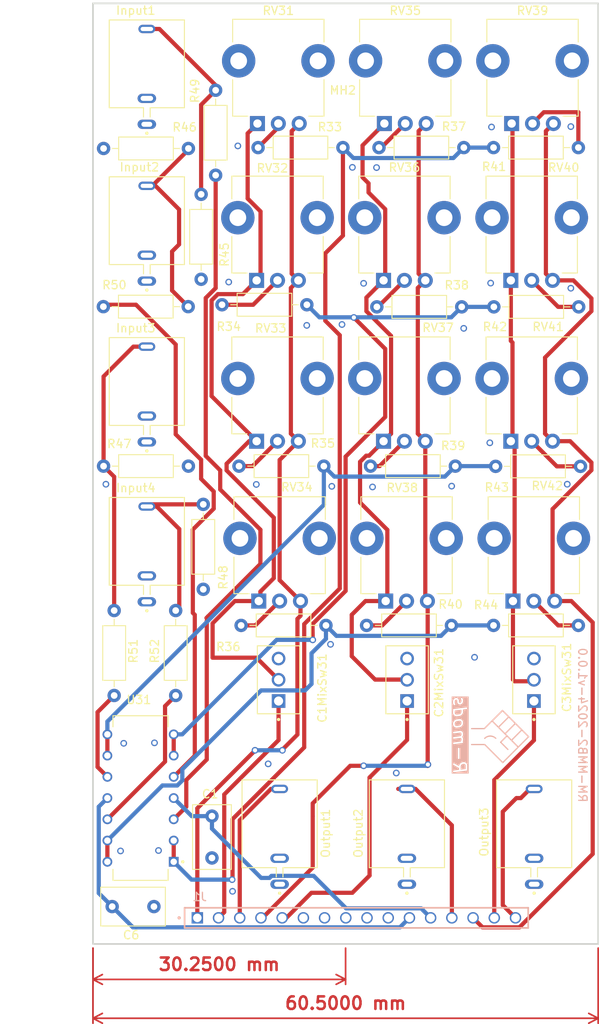
<source format=kicad_pcb>
(kicad_pcb (version 20240108) (generator "pcbnew") (generator_version "8.0")
  (layers (0 "F.Cu" signal) (1 "In1.Cu" signal) (2 "In2.Cu" signal) (31 "B.Cu" signal) (34 "B.Paste" user) (35 "F.Paste" user) (36 "B.SilkS" user "B.Silkscreen") (37 "F.SilkS" user "F.Silkscreen") (38 "B.Mask" user) (39 "F.Mask" user) (44 "Edge.Cuts" user))
  (net 0 "")
  (net 1 "+v")
  (net 2 "GND")
  (net 3 "C1MixModeOut")
  (net 4 "Net-(C1MixSw31-B)")
  (net 5 "Net-(C2MixSw31-B)")
  (net 6 "C2MixModeOut")
  (net 7 "Net-(C3MixSw31-B)")
  (net 8 "C3MixModeOut")
  (net 9 "-v")
  (net 10 "Net-(Input1-Pad3)")
  (net 11 "Net-(Input2-Pad3)")
  (net 12 "Net-(Input3-Pad3)")
  (net 13 "Net-(Input4-Pad3)")
  (net 14 "C2MixLadderOut")
  (net 15 "C1MixOut")
  (net 16 "C2MixOut")
  (net 17 "C3MixLadderOut")
  (net 18 "C3MixOut")
  (net 19 "C1MixLadderOut")
  (net 20 "Net-(R33-Pad2)")
  (net 21 "Signal1")
  (net 22 "Net-(R34-Pad2)")
  (net 23 "Signal2")
  (net 24 "Net-(R35-Pad2)")
  (net 25 "Signal3")
  (net 26 "Signal4")
  (net 27 "Net-(R36-Pad2)")
  (net 28 "Net-(R37-Pad2)")
  (net 29 "Net-(R38-Pad2)")
  (net 30 "Net-(R39-Pad2)")
  (net 31 "Net-(R40-Pad2)")
  (net 32 "Net-(R41-Pad2)")
  (net 33 "Net-(R42-Pad2)")
  (net 34 "Net-(R43-Pad2)")
  (net 35 "Net-(R44-Pad2)")
  (net 36 "Net-(U31-1IN+)")
  (net 37 "Net-(U31-2IN+)")
  (net 38 "Net-(U31-3IN+)")
  (net 39 "Net-(U31-4IN+)")
  (footprint "Resistor_THT:R_Axial_DIN0207_L6.3mm_D2.5mm_P10.16mm_Horizontal" (layer "F.Cu") (at 112.9046 84.7726 180)
    (property "Reference" "R50")
    (property "Value" "1k")
  )
  (footprint "Resistor_THT:R_Axial_DIN0207_L6.3mm_D2.5mm_P10.16mm_Horizontal" (layer "F.Cu") (at 144.894 103.848 180)
    (property "Reference" "R39")
    (property "Value" "100k")
  )
  (footprint "Resistor_THT:R_Axial_DIN0207_L6.3mm_D2.5mm_P10.16mm_Horizontal" (layer "F.Cu") (at 112.93 103.848 180)
    (property "Reference" "R47")
    (property "Value" "100k")
  )
  (footprint "Resistor_THT:R_Axial_DIN0207_L6.3mm_D2.5mm_P10.16mm_Horizontal" (layer "F.Cu") (at 114.708 118.58 90)
    (property "Reference" "R48")
    (property "Value" "100k" (hide yes))
  )
  (footprint "Resistor_THT:R_Axial_DIN0207_L6.3mm_D2.5mm_P10.16mm_Horizontal" (layer "F.Cu") (at 131.432 65.748 180)
    (property "Reference" "R33")
    (property "Value" "100k")
  )
  (footprint "Capacitor_THT:C_Disc_D7.5mm_W4.4mm_P5.00mm" (layer "F.Cu") (at 103.8006 156.5296)
    (property "Reference" "C6")
    (property "Value" "0.1uf")
  )
  (footprint "Resistor_THT:R_Axial_DIN0207_L6.3mm_D2.5mm_P10.16mm_Horizontal" (layer "F.Cu") (at 129.4 122.898 180)
    (property "Reference" "R36")
    (property "Value" "100k")
  )
  (footprint "PJ398SM:THONK_PJ398SM-12" (layer "F.Cu") (at 107.95 75.24)
    (property "Reference" "Input2")
    (property "Value" "PJ398SM-12" (hide yes))
  )
  (footprint "Potentiometer_THT:Potentiometer_TT_P0915N" (layer "F.Cu") (at 121.098 100.8645)
    (property "Reference" "RV33")
    (property "Value" "20k")
  )
  (footprint "TL074CN:DIP794W45P254L1969H508Q14" (layer "F.Cu") (at 107.1972 143.5502 180)
    (property "Reference" "U31")
    (property "Value" "TL074CN")
  )
  (footprint "Resistor_THT:R_Axial_DIN0207_L6.3mm_D2.5mm_P10.16mm_Horizontal" (layer "F.Cu") (at 116.192 58.89 -90)
    (property "Reference" "R49")
    (property "Value" "1k")
  )
  (footprint "MountingHole:MountingHole_3mm" (layer "F.Cu") (at 107.7992 94.4754)
    (property "Reference" "Input3_PCBH" (hide yes))
    (property "Value" "MountingHole_3mm" (hide yes))
  )
  (footprint "PJ398SM:THONK_PJ398SM-12" (layer "F.Cu") (at 123.852 147.376)
    (property "Reference" "Output1")
    (property "Value" "PJ398SM-12" (hide yes))
  )
  (footprint "Potentiometer_THT:Potentiometer_TT_P0915N" (layer "F.Cu") (at 121.098 81.63)
    (property "Reference" "RV32")
    (property "Value" "20k")
  )
  (footprint "Potentiometer_THT:Potentiometer_TT_P0915N" (layer "F.Cu") (at 121.352 119.984)
    (property "Reference" "RV34")
    (property "Value" "20k")
  )
  (footprint "Resistor_THT:R_Axial_DIN0207_L6.3mm_D2.5mm_P10.16mm_Horizontal" (layer "F.Cu") (at 149.506 84.798)
    (property "Reference" "R42")
    (property "Value" "100k")
  )
  (footprint "Resistor_THT:R_Axial_DIN0207_L6.3mm_D2.5mm_P10.16mm_Horizontal" (layer "F.Cu") (at 114.454 81.496 90)
    (property "Reference" "R45")
    (property "Value" "100k")
  )
  (footprint "2MS1T1B1M2QES:SW_2MS1T1B1M2QES" (layer "F.Cu") (at 154.3066 129.4024 90)
    (property "Reference" "C3MixSw31")
    (property "Value" "SW_SPDT" (hide yes))
  )
  (footprint "PJ398SM:THONK_PJ398SM-12" (layer "F.Cu") (at 139.092 147.376)
    (property "Reference" "Output2")
    (property "Value" "PJ398SM-12" (hide yes))
  )
  (footprint "Resistor_THT:R_Axial_DIN0207_L6.3mm_D2.5mm_P10.16mm_Horizontal" (layer "F.Cu") (at 111.406 121.12 -90)
    (property "Reference" "R52")
    (property "Value" "1k")
  )
  (footprint "Potentiometer_THT:Potentiometer_TT_P0915N" (layer "F.Cu") (at 121.198 62.87)
    (property "Reference" "RV31")
    (property "Value" "20k")
  )
  (footprint "PJ398SM:THONK_PJ398SM-12" (layer "F.Cu") (at 107.95 56.48)
    (property "Reference" "Input1")
    (property "Value" "PJ398SM-12" (hide yes))
  )
  (footprint "Potentiometer_THT:Potentiometer_TT_P0915N" (layer "F.Cu") (at 151.538 81.63)
    (property "Reference" "RV40")
    (property "Value" "20k")
  )
  (footprint "MountingHole:MountingHole_2.7mm_M2.5" (layer "F.Cu") (at 131.1672 51.0688)
    (property "Reference" "MH2")
    (property "Value" "MountingHole_2.7mm_M2.5" (hide yes))
  )
  (footprint "Resistor_THT:R_Axial_DIN0207_L6.3mm_D2.5mm_P10.16mm_Horizontal" (layer "F.Cu") (at 149.466 65.748)
    (property "Reference" "R41")
    (property "Value" "100k")
  )
  (footprint "Potentiometer_THT:Potentiometer_TT_P0915N" (layer "F.Cu") (at 136.552 119.984)
    (property "Reference" "RV38")
    (property "Value" "20k")
  )
  (footprint "Resistor_THT:R_Axial_DIN0207_L6.3mm_D2.5mm_P10.16mm_Horizontal" (layer "F.Cu") (at 129.146 103.848 180)
    (property "Reference" "R35")
    (property "Value" "100k")
  )
  (footprint "Potentiometer_THT:Potentiometer_TT_P0915N" (layer "F.Cu") (at 136.298 100.8645)
    (property "Reference" "RV37")
    (property "Value" "20k")
  )
  (footprint "Potentiometer_THT:Potentiometer_TT_P0915N" (layer "F.Cu") (at 151.538 100.8645)
    (property "Reference" "RV41")
    (property "Value" "20k")
  )
  (footprint "Resistor_THT:R_Axial_DIN0207_L6.3mm_D2.5mm_P10.16mm_Horizontal" (layer "F.Cu") (at 145.656 84.798 180)
    (property "Reference" "R38")
    (property "Value" "100k")
  )
  (footprint "2MS1T1B1M2QES:SW_2MS1T1B1M2QES" (layer "F.Cu") (at 123.725 129.4024 90)
    (property "Reference" "C1MixSw31")
    (property "Value" "SW_SPDT" (hide yes))
  )
  (footprint "Potentiometer_THT:Potentiometer_TT_P0915N" (layer "F.Cu") (at 151.792 119.984)
    (property "Reference" "RV42")
    (property "Value" "20k")
  )
  (footprint "Resistor_THT:R_Axial_DIN0207_L6.3mm_D2.5mm_P10.16mm_Horizontal" (layer "F.Cu") (at 145.91 65.748 180)
    (property "Reference" "R37")
    (property "Value" "100k")
  )
  (footprint "Capacitor_THT:C_Disc_D7.5mm_W4.4mm_P5.00mm" (layer "F.Cu") (at 115.7494 145.713 -90)
    (property "Reference" "C1")
    (property "Value" "0.1uf")
  )
  (footprint "PJ398SM:THONK_PJ398SM-12" (layer "F.Cu") (at 107.95 113.594)
    (property "Reference" "Input4")
    (property "Value" "PJ398SM-12" (hide yes))
  )
  (footprint "Resistor_THT:R_Axial_DIN0207_L6.3mm_D2.5mm_P10.16mm_Horizontal" (layer "F.Cu") (at 102.77 65.8516)
    (property "Reference" "R46")
    (property "Value" "100k")
  )
  (footprint "Potentiometer_THT:Potentiometer_TT_P0915N" (layer "F.Cu") (at 136.298 81.63)
    (property "Reference" "RV36")
    (property "Value" "20k")
  )
  (footprint "Potentiometer_THT:Potentiometer_TT_P0915N" (layer "F.Cu") (at 151.638 62.87)
    (property "Reference" "RV39")
    (property "Value" "20k")
  )
  (footprint "PJ398SM:THONK_PJ398SM-12" (layer "F.Cu") (at 107.95 94.4745)
    (property "Reference" "Input3")
    (property "Value" "PJ398SM-12" (hide yes))
  )
  (footprint "Resistor_THT:R_Axial_DIN0207_L6.3mm_D2.5mm_P10.16mm_Horizontal" (layer "F.Cu") (at 127.114 84.544 180)
    (property "Reference" "R34")
    (property "Value" "100k")
  )
  (footprint "MountingHole:MountingHole_3mm" (layer "F.Cu") (at 107.85 75.2476)
    (property "Reference" "Input2_PCBH" (hide yes))
    (property "Value" "MountingHole_3mm" (hide yes))
  )
  (footprint "Resistor_THT:R_Axial_DIN0207_L6.3mm_D2.5mm_P10.16mm_Horizontal" (layer "F.Cu") (at 149.72 103.8725)
    (property "Reference" "R43")
    (property "Value" "100k")
  )
  (footprint "Resistor_THT:R_Axial_DIN0207_L6.3mm_D2.5mm_P10.16mm_Horizontal" (layer "F.Cu") (at 144.426 122.898 180)
    (property "Reference" "R40")
    (property "Value" "100k")
  )
  (footprint "Resistor_THT:R_Axial_DIN0207_L6.3mm_D2.5mm_P10.16mm_Horizontal" (layer "F.Cu") (at 104.04 121.12 -90)
    (property "Reference" "R51")
    (property "Value" "1k")
  )
  (footprint "2MS1T1B1M2QES:SW_2MS1T1B1M2QES" (layer "F.Cu") (at 139.1174 129.4024 90)
    (property "Reference" "C2MixSw31")
    (property "Value" "SW_SPDT" (hide yes))
  )
  (footprint "PJ398SM:THONK_PJ398SM-12" (layer "F.Cu") (at 154.332 147.376)
    (property "Reference" "Output3")
    (property "Value" "PJ398SM-12" (hide yes))
  )
  (footprint "Potentiometer_THT:Potentiometer_TT_P0915N" (layer "F.Cu") (at 136.398 62.87)
    (property "Reference" "RV35")
    (property "Value" "20k")
  )
  (footprint "Resistor_THT:R_Axial_DIN0207_L6.3mm_D2.5mm_P10.16mm_Horizontal" (layer "F.Cu") (at 149.466 122.898)
    (property "Reference" "R44")
    (property "Value" "100k")
  )
  (footprint "ESQ-116-33-L-S:SAMTEC_ESQ-116-33-L-S" (layer "B.Cu") (at 113.9968 157.8758)
    (property "Reference" "J1")
    (property "Value" "ESQ-116-33-L-S" (hide yes))
  )
  (footprint "MountingHole:MountingHole_3mm" (layer "B.Cu") (at 107.95 56.5278 180)
    (property "Reference" "Input_PCBH" (hide yes))
    (property "Value" "MountingHole_3mm" (hide yes))
  )
  (footprint "MountingHole:MountingHole_3mm" (layer "B.Cu") (at 108.0786 113.6016 180)
    (property "Reference" "Input4_PCBH" (hide yes))
    (property "Value" "MountingHole_3mm" (hide yes))
  )
  (footprint "MountingHole:MountingHole_3mm" (layer "B.Cu") (at 154.332 147.376 180)
    (property "Reference" "Output3_PCBH" (hide yes))
    (property "Value" "MountingHole_3mm" (hide yes))
  )
  (footprint "MountingHole:MountingHole_3mm" (layer "B.Cu") (at 123.852 147.376 180)
    (property "Reference" "Output1_PCBH" (hide yes))
    (property "Value" "MountingHole_3mm" (hide yes))
  )
  (footprint "MountingHole:MountingHole_3mm" (layer "B.Cu") (at 139.092 147.376 180)
    (property "Reference" "Output2_PCBH" (hide yes))
    (property "Value" "MountingHole_3mm" (hide yes))
  )
  (gr_line (start 148.4138 137.1494) (end 146.839 137.1494) (stroke (width 0.15)) (layer "B.SilkS"))
  (gr_line (start 146.839 135.2444) (end 148.363 135.2444) (stroke (width 0.15)) (layer "B.SilkS"))
  (gr_line (start 150.53484 133.07284) (end 153.6716 136.2096) (stroke (width 0.15)) (layer "B.SilkS"))
  (gr_line (start 150.3188 136.87) (end 151.0554 136.1334) (stroke (width 0.15)) (layer "B.SilkS"))
  (gr_line (start 151.1824 137.7336) (end 150.3188 136.87) (stroke (width 0.15)) (layer "B.SilkS"))
  (gr_line (start 151.6904 136.5652) (end 152.851264 135.404336) (stroke (width 0.15)) (layer "B.SilkS"))
  (gr_line (start 153.6716 136.2096) (end 150.5728 139.3084) (stroke (width 0.15)) (layer "B.SilkS"))
  (gr_line (start 150.8776 135.8286) (end 152.046 134.6602) (stroke (width 0.15)) (layer "B.SilkS"))
  (gr_line (start 150.0648 135.0666) (end 151.284 133.8474) (stroke (width 0.15)) (layer "B.SilkS"))
  (gr_line (start 150.5728 139.3084) (end 148.4138 137.1494) (stroke (width 0.15)) (layer "B.SilkS"))
  (gr_arc (start 148.415512 136.406238) (mid 149.074199 136.133402) (end 149.732888 136.406238) (stroke (width 0.15)) (layer "B.SilkS"))
  (gr_line (start 149.3028 134.33) (end 152.3508 137.378) (stroke (width 0.15)) (layer "B.SilkS"))
  (gr_line (start 150.5474 133.0854) (end 149.3028 134.33) (stroke (width 0.15)) (layer "B.SilkS"))
  (gr_line (start 148.3884 135.21928) (end 150.53484 133.07284) (stroke (width 0.15)) (layer "B.SilkS"))
  (gr_rect (start 101.5 48.5) (end 162 161) (stroke (width 0.2)) (fill none) (layer "Edge.Cuts"))
  (gr_text "R-mods\n" (at 144.5276 136.0572 -90) (layer "B.SilkS" knockout) (effects (font (size 1.5 1.5) (thickness 0.2) (italic yes)) (justify bottom mirror)))
  (gr_text "RM-MMB2-2024-v1.0.0" (at 159.539 144.1598 270) (layer "B.SilkS") (effects (font (size 1 1) (thickness 0.153)) (justify left bottom mirror)))
  (dimension (type aligned) (layer "F.Cu") (pts (xy 101.5 161) (xy 131.75 161)) (height 4.2418) (gr_text "30.2500 mm" (at 116.625 163.4418 0) (layer "F.Cu") (effects (font (size 1.5 1.5) (thickness 0.3)))) (format (prefix "") (suffix "") (units 3) (units_format 1) (precision 4)) (style (thickness 0.2) (arrow_length 1.27) (text_position_mode 0) (extension_height 0.58642) (extension_offset 0.5) keep_text_aligned))
  (dimension (type aligned) (layer "F.Cu") (pts (xy 101.5 161) (xy 162 161)) (height 8.89) (gr_text "60.5000 mm" (at 131.75 168.09 0) (layer "F.Cu") (effects (font (size 1.5 1.5) (thickness 0.3)))) (format (prefix "") (suffix "") (units 3) (units_format 1) (precision 4)) (style (thickness 0.2) (arrow_length 1.27) (text_position_mode 0) (extension_height 0.58642) (extension_offset 0.5) keep_text_aligned))
  (via (at 147.1946 126.71) (size 0.8) (drill 0.5) (layers "F.Cu" "B.Cu") (net 0))
  (segment (start 140.8018 156.7408) (end 131.81067 156.7408) (width 0.5) (layer "B.Cu") (net 1))
  (segment (start 115.7494 147.2078) (end 115.7494 145.713) (width 0.5) (layer "B.Cu") (net 1))
  (segment (start 127.92187 152.852) (end 122.88213 152.852) (width 0.5) (layer "B.Cu") (net 1))
  (segment (start 131.81067 156.7408) (end 127.92187 152.852) (width 0.5) (layer "B.Cu") (net 1))
  (segment (start 122.88213 152.852) (end 122.63353 153.1006) (width 0.5) (layer "B.Cu") (net 1))
  (segment (start 122.63353 153.1006) (end 121.6422 153.1006) (width 0.5) (layer "B.Cu") (net 1))
  (segment (start 121.6422 153.1006) (end 115.7494 147.2078) (width 0.5) (layer "B.Cu") (net 1))
  (segment (start 115.7494 145.713) (end 113.33 145.713) (width 0.5) (layer "B.Cu") (net 1))
  (segment (start 113.33 145.713) (end 111.1672 143.5502) (width 0.5) (layer "B.Cu") (net 1))
  (segment (start 141.9368 157.8758) (end 140.8018 156.7408) (width 0.5) (layer "B.Cu") (net 1))
  (via (at 121.058 106.0344) (size 0.8) (drill 0.5) (layers "F.Cu" "B.Cu") (net 2))
  (via (at 117.756 81.8282) (size 0.8) (drill 0.5) (layers "F.Cu" "B.Cu") (net 2))
  (via (at 149.2266 63.2862) (size 0.8) (drill 0.5) (layers "F.Cu" "B.Cu") (net 2))
  (via (at 122.4804 139.4608) (size 0.8) (drill 0.5) (layers "F.Cu" "B.Cu") (net 2))
  (via (at 158.7262 82.5648) (size 0.8) (drill 0.5) (layers "F.Cu" "B.Cu") (net 2))
  (via (at 145.8992 87.3654) (size 0.8) (drill 0.5) (layers "F.Cu" "B.Cu") (net 2))
  (via (at 108.866 136.9462) (size 0.8) (drill 0.5) (layers "F.Cu" "B.Cu") (net 2))
  (via (at 158.2944 106.009) (size 0.8) (drill 0.5) (layers "F.Cu" "B.Cu") (net 2))
  (via (at 134.9772 106.3392) (size 0.8) (drill 0.5) (layers "F.Cu" "B.Cu") (net 2))
  (via (at 103.0494 106.009) (size 0.8) (drill 0.5) (layers "F.Cu" "B.Cu") (net 2))
  (via (at 131.3196 86.9062) (size 0.8) (drill 0.5) (layers "F.Cu" "B.Cu") (net 2))
  (via (at 135.4598 68.1376) (size 0.8) (drill 0.5) (layers "F.Cu" "B.Cu") (net 2))
  (via (at 137.822 140.553) (size 0.8) (drill 0.5) (layers "F.Cu" "B.Cu") (net 2))
  (via (at 144.4514 106.2376) (size 0.8) (drill 0.5) (layers "F.Cu" "B.Cu") (net 2))
  (via (at 130.1004 106.263) (size 0.8) (drill 0.5) (layers "F.Cu" "B.Cu") (net 2))
  (via (at 132.5642 68.1122) (size 0.8) (drill 0.5) (layers "F.Cu" "B.Cu") (net 2))
  (via (at 105.183 136.997) (size 0.8) (drill 0.5) (layers "F.Cu" "B.Cu") (net 2))
  (via (at 158.7262 63.2354) (size 0.8) (drill 0.5) (layers "F.Cu" "B.Cu") (net 2))
  (via (at 109.3486 149.824) (size 0.8) (drill 0.5) (layers "F.Cu" "B.Cu") (net 2))
  (via (at 104.802 149.8748) (size 0.8) (drill 0.5) (layers "F.Cu" "B.Cu") (net 2))
  (via (at 118.8482 65.5468) (size 0.8) (drill 0.5) (layers "F.Cu" "B.Cu") (net 2))
  (via (at 129.948 125.1586) (size 0.8) (drill 0.5) (layers "F.Cu" "B.Cu") (net 2))
  (via (at 127.1032 87.0098) (size 0.8) (drill 0.5) (layers "F.Cu" "B.Cu") (net 2))
  (via (at 149.125 81.9552) (size 0.8) (drill 0.5) (layers "F.Cu" "B.Cu") (net 2))
  (via (at 149.0234 101.056) (size 0.8) (drill 0.5) (layers "F.Cu" "B.Cu") (net 2))
  (via (at 133.9104 81.9806) (size 0.8) (drill 0.5) (layers "F.Cu" "B.Cu") (net 2))
  (via (at 118.2132 154.7008) (size 0.8) (drill 0.5) (layers "F.Cu" "B.Cu") (net 2))
  (segment (start 117.2218 157.1908) (end 116.5368 157.8758) (width 0.5) (layer "F.Cu") (net 3))
  (segment (start 117.2218 143.1182) (end 117.2218 157.1908) (width 0.5) (layer "F.Cu") (net 3))
  (segment (start 123.725 136.615) (end 117.2218 143.1182) (width 0.5) (layer "F.Cu") (net 3))
  (segment (start 123.725 131.9424) (end 123.725 136.615) (width 0.5) (layer "F.Cu") (net 3))
  (segment (start 121.552 118.848) (end 121.552 119.784) (width 0.5) (layer "F.Cu") (net 4))
  (segment (start 115.704 84.026233) (end 115.704 95.4705) (width 0.5) (layer "F.Cu") (net 4))
  (segment (start 115.8256 122.644) (end 115.8256 126.7588) (width 0.5) (layer "F.Cu") (net 4))
  (segment (start 119.454 83.274) (end 116.456233 83.274) (width 0.5) (layer "F.Cu") (net 4))
  (segment (start 120.022 64.046) (end 120.022 71.839176) (width 0.5) (layer "F.Cu") (net 4))
  (segment (start 121.566 81.162) (end 121.098 81.63) (width 0.5) (layer "F.Cu") (net 4))
  (segment (start 116.456233 83.274) (end 115.704 84.026233) (width 0.5) (layer "F.Cu") (net 4))
  (segment (start 121.098 81.63) (end 119.454 83.274) (width 0.5) (layer "F.Cu") (net 4))
  (segment (start 123.152 110.006) (end 123.152 117.248) (width 0.5) (layer "F.Cu") (net 4))
  (segment (start 120.022 71.839176) (end 121.566 73.383176) (width 0.5) (layer "F.Cu") (net 4))
  (segment (start 121.0814 126.7588) (end 123.725 129.4024) (width 0.5) (layer "F.Cu") (net 4))
  (segment (start 121.352 119.984) (end 118.4856 119.984) (width 0.5) (layer "F.Cu") (net 4))
  (segment (start 123.152 117.248) (end 121.552 118.848) (width 0.5) (layer "F.Cu") (net 4))
  (segment (start 121.098 100.8645) (end 120.201733 100.8645) (width 0.5) (layer "F.Cu") (net 4))
  (segment (start 121.198 62.87) (end 120.022 64.046) (width 0.5) (layer "F.Cu") (net 4))
  (segment (start 121.566 73.383176) (end 121.566 81.162) (width 0.5) (layer "F.Cu") (net 4))
  (segment (start 115.8256 126.7588) (end 121.0814 126.7588) (width 0.5) (layer "F.Cu") (net 4))
  (segment (start 117.502 104.356) (end 123.152 110.006) (width 0.5) (layer "F.Cu") (net 4))
  (segment (start 121.552 119.784) (end 121.352 119.984) (width 0.5) (layer "F.Cu") (net 4))
  (segment (start 117.502 103.564233) (end 117.502 104.356) (width 0.5) (layer "F.Cu") (net 4))
  (segment (start 120.201733 100.8645) (end 117.502 103.564233) (width 0.5) (layer "F.Cu") (net 4))
  (segment (start 118.4856 119.984) (end 115.8256 122.644) (width 0.5) (layer "F.Cu") (net 4))
  (segment (start 115.704 95.4705) (end 121.098 100.8645) (width 0.5) (layer "F.Cu") (net 4))
  (segment (start 136.298 81.63) (end 134.246 83.682) (width 0.5) (layer "F.Cu") (net 5))
  (segment (start 132.488 126.582) (end 135.283 129.377) (width 0.5) (layer "F.Cu") (net 5))
  (segment (start 133.7834 69.304) (end 134.5 70.0206) (width 0.5) (layer "F.Cu") (net 5))
  (segment (start 135.283 129.377) (end 139.1174 129.377) (width 0.5) (layer "F.Cu") (net 5))
  (segment (start 133.484 108.201176) (end 136.752 111.469176) (width 0.5) (layer "F.Cu") (net 5))
  (segment (start 134.246 85.315767) (end 137.198 88.267767) (width 0.5) (layer "F.Cu") (net 5))
  (segment (start 137.198 88.267767) (end 137.198 99.9645) (width 0.5) (layer "F.Cu") (net 5))
  (segment (start 136.552 119.984) (end 134.132 119.984) (width 0.5) (layer "F.Cu") (net 5))
  (segment (start 134.5 71.117176) (end 136.498 73.115176) (width 0.5) (layer "F.Cu") (net 5))
  (segment (start 133.7834 65.4846) (end 133.7834 69.304) (width 0.5) (layer "F.Cu") (net 5))
  (segment (start 133.484 103.330233) (end 133.484 108.201176) (width 0.5) (layer "F.Cu") (net 5))
  (segment (start 136.752 111.469176) (end 136.752 119.784) (width 0.5) (layer "F.Cu") (net 5))
  (segment (start 136.498 81.43) (end 136.298 81.63) (width 0.5) (layer "F.Cu") (net 5))
  (segment (start 134.246 83.682) (end 134.246 85.315767) (width 0.5) (layer "F.Cu") (net 5))
  (segment (start 134.132 119.984) (end 132.488 121.628) (width 0.5) (layer "F.Cu") (net 5))
  (segment (start 134.5 70.0206) (end 134.5 71.117176) (width 0.5) (layer "F.Cu") (net 5))
  (segment (start 136.298 100.8645) (end 134.564501 102.598) (width 0.5) (layer "F.Cu") (net 5))
  (segment (start 132.488 121.628) (end 132.488 126.582) (width 0.5) (layer "F.Cu") (net 5))
  (segment (start 136.398 62.87) (end 133.7834 65.4846) (width 0.5) (layer "F.Cu") (net 5))
  (segment (start 136.752 119.784) (end 136.552 119.984) (width 0.5) (layer "F.Cu") (net 5))
  (segment (start 134.564501 102.598) (end 134.216233 102.598) (width 0.5) (layer "F.Cu") (net 5))
  (segment (start 136.498 73.115176) (end 136.498 81.43) (width 0.5) (layer "F.Cu") (net 5))
  (segment (start 134.216233 102.598) (end 133.484 103.330233) (width 0.5) (layer "F.Cu") (net 5))
  (segment (start 137.198 99.9645) (end 136.298 100.8645) (width 0.5) (layer "F.Cu") (net 5))
  (segment (start 139.1174 131.917) (end 139.1174 136.5896) (width 0.5) (layer "F.Cu") (net 6))
  (segment (start 139.1174 136.5896) (end 134.6216 141.0854) (width 0.5) (layer "F.Cu") (net 6))
  (segment (start 124.6648 157.8758) (end 124.1568 157.8758) (width 0.5) (layer "F.Cu") (net 6))
  (segment (start 134.6216 141.0854) (end 134.6216 152.8212) (width 0.5) (layer "F.Cu") (net 6))
  (segment (start 134.6216 152.8212) (end 132.5642 154.8786) (width 0.5) (layer "F.Cu") (net 6))
  (segment (start 132.5642 154.8786) (end 127.662 154.8786) (width 0.5) (layer "F.Cu") (net 6))
  (segment (start 127.662 154.8786) (end 124.6648 157.8758) (width 0.5) (layer "F.Cu") (net 6))
  (segment (start 151.538 100.8645) (end 151.992 101.3185) (width 0.5) (layer "F.Cu") (net 7))
  (segment (start 151.792 119.984) (end 151.792 129.375) (width 0.5) (layer "F.Cu") (net 7))
  (segment (start 151.992 101.3185) (end 151.992 119.784) (width 0.5) (layer "F.Cu") (net 7))
  (segment (start 151.538 81.63) (end 151.538 88.862) (width 0.5) (layer "F.Cu") (net 7))
  (segment (start 151.738 62.97) (end 151.738 81.43) (width 0.5) (layer "F.Cu") (net 7))
  (segment (start 151.638 62.87) (end 151.738 62.97) (width 0.5) (layer "F.Cu") (net 7))
  (segment (start 151.738 100.6645) (end 151.538 100.8645) (width 0.5) (layer "F.Cu") (net 7))
  (segment (start 151.538 88.862) (end 151.738 89.062) (width 0.5) (layer "F.Cu") (net 7))
  (segment (start 151.738 89.062) (end 151.738 100.6645) (width 0.5) (layer "F.Cu") (net 7))
  (segment (start 151.9972 129.5802) (end 154.3066 129.5802) (width 0.5) (layer "F.Cu") (net 7))
  (segment (start 151.992 119.784) (end 151.792 119.984) (width 0.5) (layer "F.Cu") (net 7))
  (segment (start 151.792 129.375) (end 151.9972 129.5802) (width 0.5) (layer "F.Cu") (net 7))
  (segment (start 151.738 81.43) (end 151.538 81.63) (width 0.5) (layer "F.Cu") (net 7))
  (segment (start 149.5568 157.8758) (end 149.5568 141.3902) (width 0.5) (layer "F.Cu") (net 8))
  (segment (start 149.5568 141.3902) (end 154.3066 136.6404) (width 0.5) (layer "F.Cu") (net 8))
  (segment (start 154.3066 136.6404) (end 154.3066 132.1202) (width 0.5) (layer "F.Cu") (net 8))
  (segment (start 138.2618 159.0108) (end 139.3968 157.8758) (width 0.5) (layer "B.Cu") (net 9))
  (segment (start 103.2272 143.5502) (end 102.1922 144.5852) (width 0.5) (layer "B.Cu") (net 9))
  (segment (start 103.8006 156.5296) (end 106.2818 159.0108) (width 0.5) (layer "B.Cu") (net 9))
  (segment (start 102.1922 144.5852) (end 102.1922 154.9212) (width 0.5) (layer "B.Cu") (net 9))
  (segment (start 106.2818 159.0108) (end 138.2618 159.0108) (width 0.5) (layer "B.Cu") (net 9))
  (segment (start 102.1922 154.9212) (end 103.8006 156.5296) (width 0.5) (layer "B.Cu") (net 9))
  (segment (start 116.192 58.294) (end 116.192 58.89) (width 0.5) (layer "F.Cu") (net 10))
  (segment (start 109.458 51.56) (end 116.192 58.294) (width 0.5) (layer "F.Cu") (net 10))
  (segment (start 107.95 51.56) (end 109.458 51.56) (width 0.5) (layer "F.Cu") (net 10))
  (segment (start 114.454 60.628) (end 116.192 58.89) (width 0.5) (layer "F.Cu") (net 10))
  (segment (start 114.454 71.336) (end 114.454 60.628) (width 0.5) (layer "F.Cu") (net 10))
  (segment (start 110.9742 78.169354) (end 110.9742 82.8422) (width 0.5) (layer "F.Cu") (net 11))
  (segment (start 108.983554 70.32) (end 111.8124 73.148846) (width 0.5) (layer "F.Cu") (net 11))
  (segment (start 112.93 66.002) (end 112.93 65.8516) (width 0.5) (layer "F.Cu") (net 11))
  (segment (start 110.9742 82.8422) (end 112.9046 84.7726) (width 0.5) (layer "F.Cu") (net 11))
  (segment (start 107.95 70.32) (end 108.983554 70.32) (width 0.5) (layer "F.Cu") (net 11))
  (segment (start 108.612 70.32) (end 112.93 66.002) (width 0.5) (layer "F.Cu") (net 11))
  (segment (start 107.95 70.32) (end 108.612 70.32) (width 0.5) (layer "F.Cu") (net 11))
  (segment (start 111.8124 73.148846) (end 111.8124 77.331154) (width 0.5) (layer "F.Cu") (net 11))
  (segment (start 111.8124 77.331154) (end 110.9742 78.169354) (width 0.5) (layer "F.Cu") (net 11))
  (segment (start 107.85 89.5545) (end 106.342 89.5545) (width 0.5) (layer "F.Cu") (net 12))
  (segment (start 104.04 121.12) (end 104.04 105.118) (width 0.5) (layer "F.Cu") (net 12))
  (segment (start 106.342 89.5545) (end 102.77 93.1265) (width 0.5) (layer "F.Cu") (net 12))
  (segment (start 102.77 93.1265) (end 102.77 103.848) (width 0.5) (layer "F.Cu") (net 12))
  (segment (start 104.04 105.118) (end 102.77 103.848) (width 0.5) (layer "F.Cu") (net 12))
  (segment (start 109.137554 108.674) (end 108.104 108.674) (width 0.5) (layer "F.Cu") (net 13))
  (segment (start 108.104 108.674) (end 108.358 108.42) (width 0.5) (layer "F.Cu") (net 13))
  (segment (start 111.8378 111.374246) (end 109.137554 108.674) (width 0.5) (layer "F.Cu") (net 13))
  (segment (start 111.8378 120.6882) (end 111.8378 111.374246) (width 0.5) (layer "F.Cu") (net 13))
  (segment (start 108.358 108.42) (end 114.708 108.42) (width 0.5) (layer "F.Cu") (net 13))
  (segment (start 111.406 121.12) (end 111.8378 120.6882) (width 0.5) (layer "F.Cu") (net 13))
  (segment (start 140.398 82.53) (end 140.398 99.9645) (width 0.5) (layer "F.Cu") (net 14))
  (segment (start 127.8144 144.1852) (end 132.2086 139.791) (width 0.5) (layer "F.Cu") (net 14))
  (segment (start 140.498 80.83) (end 141.298 81.63) (width 0.5) (layer "F.Cu") (net 14))
  (segment (start 141.5812 120.0132) (end 141.5812 139.5116) (width 0.5) (layer "F.Cu") (net 14))
  (segment (start 140.498 63.77) (end 140.498 80.83) (width 0.5) (layer "F.Cu") (net 14))
  (segment (start 132.2086 139.791) (end 132.3102 139.6894) (width 0.5) (layer "F.Cu") (net 14))
  (segment (start 141.298 81.63) (end 140.398 82.53) (width 0.5) (layer "F.Cu") (net 14))
  (segment (start 141.5812 139.5624) (end 141.5812 139.7148) (width 0.5) (layer "F.Cu") (net 14))
  (segment (start 141.298 119.73) (end 141.552 119.984) (width 0.5) (layer "F.Cu") (net 14))
  (segment (start 141.5812 139.5116) (end 141.6066 139.537) (width 0.5) (layer "F.Cu") (net 14))
  (segment (start 141.398 62.87) (end 140.498 63.77) (width 0.5) (layer "F.Cu") (net 14))
  (segment (start 141.6066 139.537) (end 141.5812 139.5624) (width 0.5) (layer "F.Cu") (net 14))
  (segment (start 132.3102 139.6894) (end 133.9104 139.6894) (width 0.5) (layer "F.Cu") (net 14))
  (segment (start 141.298 100.8645) (end 141.298 119.73) (width 0.5) (layer "F.Cu") (net 14))
  (segment (start 121.80607 157.8758) (end 121.6168 157.8758) (width 0.5) (layer "F.Cu") (net 14))
  (segment (start 127.8144 145.7092) (end 127.8144 144.1852) (width 0.5) (layer "F.Cu") (net 14))
  (segment (start 127.8144 151.86747) (end 121.80607 157.8758) (width 0.5) (layer "F.Cu") (net 14))
  (segment (start 127.8144 145.7092) (end 127.8144 151.86747) (width 0.5) (layer "F.Cu") (net 14))
  (segment (start 133.9104 139.6894) (end 133.9612 139.6894) (width 0.5) (layer "F.Cu") (net 14))
  (segment (start 140.398 99.9645) (end 141.298 100.8645) (width 0.5) (layer "F.Cu") (net 14))
  (segment (start 141.552 119.984) (end 141.5812 120.0132) (width 0.5) (layer "F.Cu") (net 14))
  (via (at 133.9104 139.6894) (size 0.8) (drill 0.5) (layers "F.Cu" "B.Cu") (net 14))
  (via (at 141.6066 139.537) (size 0.8) (drill 0.5) (layers "F.Cu" "B.Cu") (net 14))
  (segment (start 141.4542 139.6894) (end 141.6066 139.537) (width 0.5) (layer "B.Cu") (net 14))
  (segment (start 133.9104 139.6894) (end 141.4542 139.6894) (width 0.5) (layer "B.Cu") (net 14))
  (segment (start 119.0768 146.197646) (end 119.0768 157.8758) (width 0.5) (layer "F.Cu") (net 15))
  (segment (start 122.818446 142.456) (end 119.0768 146.197646) (width 0.5) (layer "F.Cu") (net 15))
  (segment (start 123.852 142.456) (end 122.818446 142.456) (width 0.5) (layer "F.Cu") (net 15))
  (segment (start 144.4768 146.807246) (end 144.4768 157.8758) (width 0.5) (layer "F.Cu") (net 16))
  (segment (start 139.092 142.456) (end 140.125554 142.456) (width 0.5) (layer "F.Cu") (net 16))
  (segment (start 139.092 142.456) (end 138.058446 142.456) (width 0.5) (layer "F.Cu") (net 16))
  (segment (start 140.125554 142.456) (end 144.4768 146.807246) (width 0.5) (layer "F.Cu") (net 16))
  (segment (start 161.19 103.414733) (end 161.19 104.330267) (width 0.5) (layer "F.Cu") (net 17))
  (segment (start 161.19 104.330267) (end 156.538 108.982267) (width 0.5) (layer "F.Cu") (net 17))
  (segment (start 155.738 63.77) (end 155.738 80.83) (width 0.5) (layer "F.Cu") (net 17))
  (segment (start 155.738 80.83) (end 156.538 81.63) (width 0.5) (layer "F.Cu") (net 17))
  (segment (start 156.538 100.8645) (end 158.639767 100.8645) (width 0.5) (layer "F.Cu") (net 17))
  (segment (start 155.638 99.9645) (end 156.538 100.8645) (width 0.5) (layer "F.Cu") (net 17))
  (segment (start 156.538 81.63) (end 159.038 81.63) (width 0.5) (layer "F.Cu") (net 17))
  (segment (start 158.639767 100.8645) (end 161.19 103.414733) (width 0.5) (layer "F.Cu") (net 17))
  (segment (start 161.19 83.782) (end 161.19 85.306) (width 0.5) (layer "F.Cu") (net 17))
  (segment (start 156.792 119.984) (end 158.784 119.984) (width 0.5) (layer "F.Cu") (net 17))
  (segment (start 161.340412 150.237321) (end 152.566933 159.0108) (width 0.5) (layer "F.Cu") (net 17))
  (segment (start 148.1518 159.0108) (end 147.0168 157.8758) (width 0.5) (layer "F.Cu") (net 17))
  (segment (start 156.538 108.982267) (end 156.538 119.73) (width 0.5) (layer "F.Cu") (net 17))
  (segment (start 152.566933 159.0108) (end 148.1518 159.0108) (width 0.5) (layer "F.Cu") (net 17))
  (segment (start 156.638 62.87) (end 155.738 63.77) (width 0.5) (layer "F.Cu") (net 17))
  (segment (start 156.538 119.73) (end 156.792 119.984) (width 0.5) (layer "F.Cu") (net 17))
  (segment (start 161.340412 122.540412) (end 161.340412 150.237321) (width 0.5) (layer "F.Cu") (net 17))
  (segment (start 158.784 119.984) (end 161.340412 122.540412) (width 0.5) (layer "F.Cu") (net 17))
  (segment (start 159.038 81.63) (end 161.19 83.782) (width 0.5) (layer "F.Cu") (net 17))
  (segment (start 155.638 90.858) (end 155.638 99.9645) (width 0.5) (layer "F.Cu") (net 17))
  (segment (start 161.19 85.306) (end 155.638 90.858) (width 0.5) (layer "F.Cu") (net 17))
  (segment (start 150.5728 145.181646) (end 150.5728 156.3518) (width 0.5) (layer "F.Cu") (net 18))
  (segment (start 153.828 142.456) (end 152.7318 143.5522) (width 0.5) (layer "F.Cu") (net 18))
  (segment (start 152.7318 143.5522) (end 152.202246 143.5522) (width 0.5) (layer "F.Cu") (net 18))
  (segment (start 150.5728 156.3518) (end 152.0968 157.8758) (width 0.5) (layer "F.Cu") (net 18))
  (segment (start 154.332 142.456) (end 153.828 142.456) (width 0.5) (layer "F.Cu") (net 18))
  (segment (start 152.202246 143.5522) (end 150.5728 145.181646) (width 0.5) (layer "F.Cu") (net 18))
  (segment (start 124.106 137.8352) (end 124.1822 137.8352) (width 0.5) (layer "F.Cu") (net 19))
  (segment (start 120.9056 137.8352) (end 120.931 137.8352) (width 0.5) (layer "F.Cu") (net 19))
  (segment (start 125.985 135.9562) (end 125.985 122.1132) (width 0.5) (layer "F.Cu") (net 19))
  (segment (start 123.852 117.484) (end 126.352 119.984) (width 0.5) (layer "F.Cu") (net 19))
  (segment (start 124.1822 137.8352) (end 124.1822 137.759) (width 0.5) (layer "F.Cu") (net 19))
  (segment (start 126.198 62.87) (end 125.298 63.77) (width 0.5) (layer "F.Cu") (net 19))
  (segment (start 125.985 122.1132) (end 126.352 121.7462) (width 0.5) (layer "F.Cu") (net 19))
  (segment (start 113.9968 157.8758) (end 113.9968 144.7694) (width 0.5) (layer "F.Cu") (net 19))
  (segment (start 126.098 100.8645) (end 123.852 103.1105) (width 0.5) (layer "F.Cu") (net 19))
  (segment (start 126.352 121.7462) (end 126.352 119.984) (width 0.5) (layer "F.Cu") (net 19))
  (segment (start 125.198 82.53) (end 125.198 99.9645) (width 0.5) (layer "F.Cu") (net 19))
  (segment (start 125.298 63.77) (end 125.298 80.83) (width 0.5) (layer "F.Cu") (net 19))
  (segment (start 113.9968 144.7694) (end 120.9056 137.8606) (width 0.5) (layer "F.Cu") (net 19))
  (segment (start 123.852 103.1105) (end 123.852 117.484) (width 0.5) (layer "F.Cu") (net 19))
  (segment (start 125.198 99.9645) (end 126.098 100.8645) (width 0.5) (layer "F.Cu") (net 19))
  (segment (start 120.931 137.8352) (end 120.963341 137.802859) (width 0.5) (layer "F.Cu") (net 19))
  (segment (start 124.1822 137.759) (end 125.985 135.9562) (width 0.5) (layer "F.Cu") (net 19))
  (segment (start 125.298 80.83) (end 126.098 81.63) (width 0.5) (layer "F.Cu") (net 19))
  (segment (start 120.9056 137.8606) (end 120.9056 137.8352) (width 0.5) (layer "F.Cu") (net 19))
  (segment (start 124.0806 137.8606) (end 124.106 137.8352) (width 0.5) (layer "F.Cu") (net 19))
  (segment (start 126.098 81.63) (end 125.198 82.53) (width 0.5) (layer "F.Cu") (net 19))
  (via (at 124.1822 137.8352) (size 0.8) (drill 0.5) (layers "F.Cu" "B.Cu") (net 19))
  (via (at 120.9056 137.8352) (size 0.8) (drill 0.5) (layers "F.Cu" "B.Cu") (net 19))
  (segment (start 120.9056 137.8352) (end 124.1822 137.8352) (width 0.5) (layer "B.Cu") (net 19))
  (segment (start 126.352 119.984) (end 125.761189 119.984) (width 0.5) (layer "B.Cu") (net 19))
  (segment (start 123.698 63.322) (end 121.272 65.748) (width 0.5) (layer "F.Cu") (net 20))
  (segment (start 123.698 62.87) (end 123.698 63.322) (width 0.5) (layer "F.Cu") (net 20))
  (segment (start 129.324 86.46) (end 129.324 78.388048) (width 0.5) (layer "F.Cu") (net 21))
  (segment (start 131.052 118.488283) (end 126.7984 122.741883) (width 0.5) (layer "F.Cu") (net 21))
  (segment (start 118.1624 153.3038) (end 118.2132 153.3546) (width 0.5) (layer "F.Cu") (net 21))
  (segment (start 118.2132 153.3546) (end 118.2132 153.4054) (width 0.5) (layer "F.Cu") (net 21))
  (segment (start 126.7984 122.741883) (end 126.7984 137.486096) (width 0.5) (layer "F.Cu") (net 21))
  (segment (start 131.432 76.280048) (end 131.432 65.748) (width 0.5) (layer "F.Cu") (net 21))
  (segment (start 111.1672 151.1702) (end 111.1672 148.6302) (width 0.5) (layer "F.Cu") (net 21))
  (segment (start 129.324 78.388048) (end 131.432 76.280048) (width 0.5) (layer "F.Cu") (net 21))
  (segment (start 131.052 88.188) (end 129.324 86.46) (width 0.5) (layer "F.Cu") (net 21))
  (segment (start 118.2132 146.071296) (end 118.2132 153.253) (width 0.5) (layer "F.Cu") (net 21))
  (segment (start 131.052 88.188) (end 131.052 118.488283) (width 0.5) (layer "F.Cu") (net 21))
  (segment (start 126.7984 137.486096) (end 118.2132 146.071296) (width 0.5) (layer "F.Cu") (net 21))
  (segment (start 118.2132 153.253) (end 118.1624 153.3038) (width 0.5) (layer "F.Cu") (net 21))
  (via (at 118.1624 153.3038) (size 0.8) (drill 0.5) (layers "F.Cu" "B.Cu") (net 21))
  (segment (start 145.91 65.748) (end 149.466 65.748) (width 0.5) (layer "B.Cu") (net 21))
  (segment (start 118.1624 153.3038) (end 113.3008 153.3038) (width 0.5) (layer "B.Cu") (net 21))
  (segment (start 132.682 66.998) (end 144.66 66.998) (width 0.5) (layer "B.Cu") (net 21))
  (segment (start 131.432 65.748) (end 132.682 66.998) (width 0.5) (layer "B.Cu") (net 21))
  (segment (start 113.3008 153.3038) (end 111.1672 151.1702) (width 0.5) (layer "B.Cu") (net 21))
  (segment (start 144.66 66.998) (end 145.91 65.748) (width 0.5) (layer "B.Cu") (net 21))
  (segment (start 120.684 84.544) (end 116.954 84.544) (width 0.5) (layer "F.Cu") (net 22))
  (segment (start 123.598 81.63) (end 120.684 84.544) (width 0.5) (layer "F.Cu") (net 22))
  (segment (start 131.752 102.7105) (end 136.498 97.9645) (width 0.5) (layer "F.Cu") (net 23))
  (segment (start 111.1672 138.4702) (end 111.1672 135.9302) (width 0.5) (layer "F.Cu") (net 23))
  (segment (start 127.8144 124.6272) (end 127.789 124.6526) (width 0.5) (layer "F.Cu") (net 23))
  (segment (start 136.498 97.9645) (end 136.498 89.824) (width 0.5) (layer "F.Cu") (net 23))
  (segment (start 136.498 89.824) (end 132.742 86.068) (width 0.5) (layer "F.Cu") (net 23))
  (segment (start 131.752 118.778233) (end 127.789 122.741233) (width 0.5) (layer "F.Cu") (net 23))
  (segment (start 127.789 122.741233) (end 127.8144 124.6272) (width 0.5) (layer "F.Cu") (net 23))
  (segment (start 131.752 102.7105) (end 131.752 118.778233) (width 0.5) (layer "F.Cu") (net 23))
  (via (at 132.742 86.068) (size 0.8) (drill 0.5) (layers "F.Cu" "B.Cu") (net 23))
  (via (at 127.8144 124.6272) (size 0.8) (drill 0.5) (layers "F.Cu" "B.Cu") (net 23))
  (segment (start 132.742 86.068) (end 132.762 86.048) (width 0.5) (layer "B.Cu") (net 23))
  (segment (start 128.618 86.048) (end 132.722 86.048) (width 0.5) (layer "B.Cu") (net 23))
  (segment (start 112.188541 135.9302) (end 111.1672 135.9302) (width 0.5) (layer "B.Cu") (net 23))
  (segment (start 127.8144 124.6272) (end 123.491541 124.6272) (width 0.5) (layer "B.Cu") (net 23))
  (segment (start 132.722 86.048) (end 132.742 86.068) (width 0.5) (layer "B.Cu") (net 23))
  (segment (start 144.406 86.048) (end 145.656 84.798) (width 0.5) (layer "B.Cu") (net 23))
  (segment (start 123.491541 124.6272) (end 112.188541 135.9302) (width 0.5) (layer "B.Cu") (net 23))
  (segment (start 145.656 84.798) (end 149.506 84.798) (width 0.5) (layer "B.Cu") (net 23))
  (segment (start 127.114 84.544) (end 128.618 86.048) (width 0.5) (layer "B.Cu") (net 23))
  (segment (start 132.762 86.048) (end 144.406 86.048) (width 0.5) (layer "B.Cu") (net 23))
  (segment (start 120.6145 103.848) (end 118.986 103.848) (width 0.5) (layer "F.Cu") (net 24))
  (segment (start 123.598 100.8645) (end 120.6145 103.848) (width 0.5) (layer "F.Cu") (net 24))
  (segment (start 103.2272 138.4702) (end 103.2272 135.9302) (width 0.5) (layer "F.Cu") (net 25))
  (segment (start 129.146 103.848) (end 130.396 105.098) (width 0.5) (layer "B.Cu") (net 25))
  (segment (start 130.396 105.098) (end 143.644 105.098) (width 0.5) (layer "B.Cu") (net 25))
  (segment (start 103.2272 134.393976) (end 129.146 108.475176) (width 0.5) (layer "B.Cu") (net 25))
  (segment (start 129.146 108.475176) (end 129.146 103.848) (width 0.5) (layer "B.Cu") (net 25))
  (segment (start 149.6955 103.848) (end 149.72 103.8725) (width 0.5) (layer "B.Cu") (net 25))
  (segment (start 143.644 105.098) (end 144.894 103.848) (width 0.5) (layer "B.Cu") (net 25))
  (segment (start 103.2272 135.9302) (end 103.2272 134.393976) (width 0.5) (layer "B.Cu") (net 25))
  (segment (start 144.894 103.848) (end 149.6955 103.848) (width 0.5) (layer "B.Cu") (net 25))
  (segment (start 103.2272 151.1702) (end 103.2272 148.6302) (width 0.5) (layer "F.Cu") (net 26))
  (segment (start 127.672384 126.232134) (end 129.4 124.504518) (width 0.5) (layer "B.Cu") (net 26))
  (segment (start 129.4 122.898) (end 130.65 124.148) (width 0.5) (layer "B.Cu") (net 26))
  (segment (start 126.8975 130.6749) (end 127.672384 129.900016) (width 0.5) (layer "B.Cu") (net 26))
  (segment (start 143.176 124.148) (end 144.426 122.898) (width 0.5) (layer "B.Cu") (net 26))
  (segment (start 130.65 124.148) (end 143.176 124.148) (width 0.5) (layer "B.Cu") (net 26))
  (segment (start 121.6397 130.6749) (end 126.8975 130.6749) (width 0.5) (layer "B.Cu") (net 26))
  (segment (start 144.426 122.898) (end 149.466 122.898) (width 0.5) (layer "B.Cu") (net 26))
  (segment (start 127.672384 129.900016) (end 127.672384 126.232134) (width 0.5) (layer "B.Cu") (net 26))
  (segment (start 109.8122 142.0452) (end 111.595912 142.0452) (width 0.5) (layer "B.Cu") (net 26))
  (segment (start 112.2022 140.1124) (end 121.058 131.2566) (width 0.5) (layer "B.Cu") (net 26))
  (segment (start 111.595912 142.0452) (end 112.2022 141.438912) (width 0.5) (layer "B.Cu") (net 26))
  (segment (start 112.2022 141.438912) (end 112.2022 140.1124) (width 0.5) (layer "B.Cu") (net 26))
  (segment (start 121.058 131.2566) (end 121.6397 130.6749) (width 0.5) (layer "B.Cu") (net 26))
  (segment (start 129.4 124.504518) (end 129.4 122.898) (width 0.5) (layer "B.Cu") (net 26))
  (segment (start 103.2272 148.6302) (end 109.8122 142.0452) (width 0.5) (layer "B.Cu") (net 26))
  (segment (start 123.852 119.984) (end 120.938 122.898) (width 0.5) (layer "F.Cu") (net 27))
  (segment (start 120.938 122.898) (end 119.24 122.898) (width 0.5) (layer "F.Cu") (net 27))
  (segment (start 138.898 62.87) (end 136.02 65.748) (width 0.5) (layer "F.Cu") (net 28))
  (segment (start 136.02 65.748) (end 135.75 65.748) (width 0.5) (layer "F.Cu") (net 28))
  (segment (start 138.798 81.63) (end 135.63 84.798) (width 0.5) (layer "F.Cu") (net 29))
  (segment (start 135.63 84.798) (end 135.496 84.798) (width 0.5) (layer "F.Cu") (net 29))
  (segment (start 135.8145 103.848) (end 134.734 103.848) (width 0.5) (layer "F.Cu") (net 30))
  (segment (start 138.798 100.8645) (end 135.8145 103.848) (width 0.5) (layer "F.Cu") (net 30))
  (segment (start 136.138 122.898) (end 139.052 119.984) (width 0.5) (layer "F.Cu") (net 31))
  (segment (start 134.266 122.898) (end 136.138 122.898) (width 0.5) (layer "F.Cu") (net 31))
  (segment (start 155.488 61.52) (end 159.6268 61.52) (width 0.5) (layer "F.Cu") (net 32))
  (segment (start 159.6268 61.52) (end 159.626 61.5208) (width 0.5) (layer "F.Cu") (net 32))
  (segment (start 154.138 62.87) (end 155.488 61.52) (width 0.5) (layer "F.Cu") (net 32))
  (segment (start 159.626 61.5208) (end 159.626 65.748) (width 0.5) (layer "F.Cu") (net 32))
  (segment (start 157.206 84.798) (end 159.666 84.798) (width 0.5) (layer "F.Cu") (net 33))
  (segment (start 154.038 81.63) (end 157.206 84.798) (width 0.5) (layer "F.Cu") (net 33))
  (segment (start 154.038 100.8645) (end 157.046 103.8725) (width 0.5) (layer "F.Cu") (net 34))
  (segment (start 157.046 103.8725) (end 159.88 103.8725) (width 0.5) (layer "F.Cu") (net 34))
  (segment (start 154.292 119.984) (end 157.206 122.898) (width 0.5) (layer "F.Cu") (net 35))
  (segment (start 157.206 122.898) (end 159.626 122.898) (width 0.5) (layer "F.Cu") (net 35))
  (segment (start 115.2785 122.20115) (end 115.1256 122.35405) (width 0.5) (layer "F.Cu") (net 36))
  (segment (start 115.004 83.736283) (end 115.004 102.62) (width 0.5) (layer "F.Cu") (net 36))
  (segment (start 116.192 82.548283) (end 115.004 83.736283) (width 0.5) (layer "F.Cu") (net 36))
  (segment (start 115.004 102.62) (end 116.74 104.356) (width 0.5) (layer "F.Cu") (net 36))
  (segment (start 116.192 69.05) (end 116.192 82.548283) (width 0.5) (layer "F.Cu") (net 36))
  (segment (start 121.552 115.546) (end 115.2785 121.8195) (width 0.5) (layer "F.Cu") (net 36))
  (segment (start 115.1256 122.35405) (end 115.1256 138.9416) (width 0.5) (layer "F.Cu") (net 36))
  (segment (start 112.676 141.3912) (end 112.676 144.5814) (width 0.5) (layer "F.Cu") (net 36))
  (segment (start 112.676 144.5814) (end 111.1672 146.0902) (width 0.5) (layer "F.Cu") (net 36))
  (segment (start 115.2785 121.8195) (end 115.2785 122.20115) (width 0.5) (layer "F.Cu") (net 36))
  (segment (start 121.552 111.454) (end 121.552 115.546) (width 0.5) (layer "F.Cu") (net 36))
  (segment (start 116.74 104.356) (end 116.74 106.642) (width 0.5) (layer "F.Cu") (net 36))
  (segment (start 115.2785 121.8195) (end 115.089 122.009) (width 0.5) (layer "F.Cu") (net 36))
  (segment (start 115.1256 138.9416) (end 112.676 141.3912) (width 0.5) (layer "F.Cu") (net 36))
  (segment (start 116.74 106.642) (end 121.552 111.454) (width 0.5) (layer "F.Cu") (net 36))
  (segment (start 113.458 111.437767) (end 115.958 108.937767) (width 0.5) (layer "F.Cu") (net 37))
  (segment (start 111.406 89.2938) (end 106.6562 84.544) (width 0.5) (layer "F.Cu") (net 37))
  (segment (start 111.406 100.038) (end 111.406 89.2938) (width 0.5) (layer "F.Cu") (net 37))
  (segment (start 115.958 106.876) (end 114.454 105.372) (width 0.5) (layer "F.Cu") (net 37))
  (segment (start 115.958 108.937767) (end 115.958 106.876) (width 0.5) (layer "F.Cu") (net 37))
  (segment (start 113.458 121.396) (end 113.458 111.437767) (width 0.5) (layer "F.Cu") (net 37))
  (segment (start 113.692 138.4854) (end 113.692 121.63) (width 0.5) (layer "F.Cu") (net 37))
  (segment (start 106.6562 84.544) (end 102.9732 84.544) (width 0.5) (layer "F.Cu") (net 37))
  (segment (start 111.1672 141.0102) (end 113.692 138.4854) (width 0.5) (layer "F.Cu") (net 37))
  (segment (start 102.9732 84.544) (end 102.7446 84.7726) (width 0.5) (layer "F.Cu") (net 37))
  (segment (start 114.454 105.372) (end 114.454 103.086) (width 0.5) (layer "F.Cu") (net 37))
  (segment (start 114.454 103.086) (end 111.406 100.038) (width 0.5) (layer "F.Cu") (net 37))
  (segment (start 113.692 121.63) (end 113.458 121.396) (width 0.5) (layer "F.Cu") (net 37))
  (segment (start 102.05 133.27) (end 104.04 131.28) (width 0.5) (layer "F.Cu") (net 38))
  (segment (start 103.2272 141.0102) (end 102.05 139.833) (width 0.5) (layer "F.Cu") (net 38))
  (segment (start 102.05 139.833) (end 102.05 133.27) (width 0.5) (layer "F.Cu") (net 38))
  (segment (start 110.1322 139.1852) (end 103.2272 146.0902) (width 0.5) (layer "F.Cu") (net 39))
  (segment (start 110.1322 132.5538) (end 110.1322 139.1852) (width 0.5) (layer "F.Cu") (net 39))
  (segment (start 111.406 131.28) (end 110.1322 132.5538) (width 0.5) (layer "F.Cu") (net 39))
)
</source>
